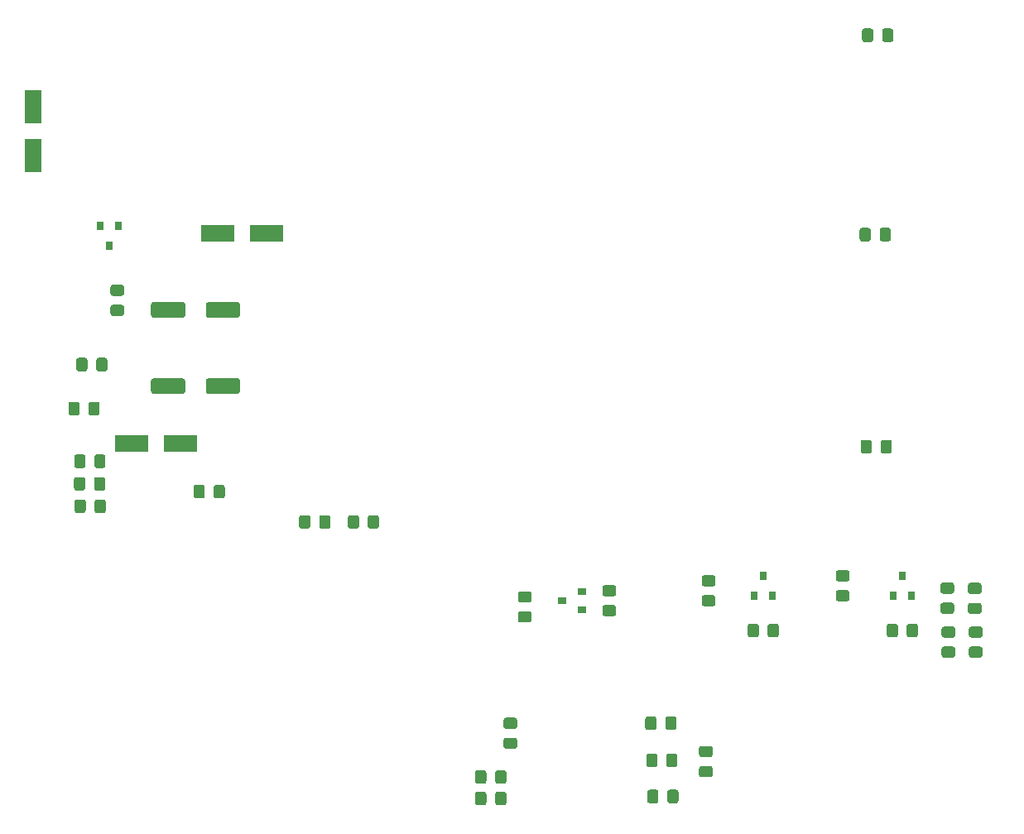
<source format=gbr>
G04 #@! TF.GenerationSoftware,KiCad,Pcbnew,5.1.6+dfsg1-1*
G04 #@! TF.CreationDate,2020-10-16T23:20:34+02:00*
G04 #@! TF.ProjectId,ledStripDriver,6c656453-7472-4697-9044-72697665722e,rev?*
G04 #@! TF.SameCoordinates,Original*
G04 #@! TF.FileFunction,Paste,Top*
G04 #@! TF.FilePolarity,Positive*
%FSLAX46Y46*%
G04 Gerber Fmt 4.6, Leading zero omitted, Abs format (unit mm)*
G04 Created by KiCad (PCBNEW 5.1.6+dfsg1-1) date 2020-10-16 23:20:34*
%MOMM*%
%LPD*%
G01*
G04 APERTURE LIST*
%ADD10R,1.800000X3.500000*%
%ADD11R,3.500000X1.800000*%
%ADD12R,0.800000X0.900000*%
%ADD13R,0.900000X0.800000*%
G04 APERTURE END LIST*
D10*
X112200000Y-72000000D03*
X112200000Y-67000000D03*
D11*
X122265000Y-101435000D03*
X127265000Y-101435000D03*
X136100000Y-80000000D03*
X131100000Y-80000000D03*
G36*
G01*
X159450000Y-136050001D02*
X159450000Y-135149999D01*
G75*
G02*
X159699999Y-134900000I249999J0D01*
G01*
X160350001Y-134900000D01*
G75*
G02*
X160600000Y-135149999I0J-249999D01*
G01*
X160600000Y-136050001D01*
G75*
G02*
X160350001Y-136300000I-249999J0D01*
G01*
X159699999Y-136300000D01*
G75*
G02*
X159450000Y-136050001I0J249999D01*
G01*
G37*
G36*
G01*
X157400000Y-136050001D02*
X157400000Y-135149999D01*
G75*
G02*
X157649999Y-134900000I249999J0D01*
G01*
X158300001Y-134900000D01*
G75*
G02*
X158550000Y-135149999I0J-249999D01*
G01*
X158550000Y-136050001D01*
G75*
G02*
X158300001Y-136300000I-249999J0D01*
G01*
X157649999Y-136300000D01*
G75*
G02*
X157400000Y-136050001I0J249999D01*
G01*
G37*
G36*
G01*
X158550000Y-137349999D02*
X158550000Y-138250001D01*
G75*
G02*
X158300001Y-138500000I-249999J0D01*
G01*
X157649999Y-138500000D01*
G75*
G02*
X157400000Y-138250001I0J249999D01*
G01*
X157400000Y-137349999D01*
G75*
G02*
X157649999Y-137100000I249999J0D01*
G01*
X158300001Y-137100000D01*
G75*
G02*
X158550000Y-137349999I0J-249999D01*
G01*
G37*
G36*
G01*
X160600000Y-137349999D02*
X160600000Y-138250001D01*
G75*
G02*
X160350001Y-138500000I-249999J0D01*
G01*
X159699999Y-138500000D01*
G75*
G02*
X159450000Y-138250001I0J249999D01*
G01*
X159450000Y-137349999D01*
G75*
G02*
X159699999Y-137100000I249999J0D01*
G01*
X160350001Y-137100000D01*
G75*
G02*
X160600000Y-137349999I0J-249999D01*
G01*
G37*
G36*
G01*
X117750000Y-92949999D02*
X117750000Y-93850001D01*
G75*
G02*
X117500001Y-94100000I-249999J0D01*
G01*
X116849999Y-94100000D01*
G75*
G02*
X116600000Y-93850001I0J249999D01*
G01*
X116600000Y-92949999D01*
G75*
G02*
X116849999Y-92700000I249999J0D01*
G01*
X117500001Y-92700000D01*
G75*
G02*
X117750000Y-92949999I0J-249999D01*
G01*
G37*
G36*
G01*
X119800000Y-92949999D02*
X119800000Y-93850001D01*
G75*
G02*
X119550001Y-94100000I-249999J0D01*
G01*
X118899999Y-94100000D01*
G75*
G02*
X118650000Y-93850001I0J249999D01*
G01*
X118650000Y-92949999D01*
G75*
G02*
X118899999Y-92700000I249999J0D01*
G01*
X119550001Y-92700000D01*
G75*
G02*
X119800000Y-92949999I0J-249999D01*
G01*
G37*
G36*
G01*
X130650000Y-106850001D02*
X130650000Y-105949999D01*
G75*
G02*
X130899999Y-105700000I249999J0D01*
G01*
X131550001Y-105700000D01*
G75*
G02*
X131800000Y-105949999I0J-249999D01*
G01*
X131800000Y-106850001D01*
G75*
G02*
X131550001Y-107100000I-249999J0D01*
G01*
X130899999Y-107100000D01*
G75*
G02*
X130650000Y-106850001I0J249999D01*
G01*
G37*
G36*
G01*
X128600000Y-106850001D02*
X128600000Y-105949999D01*
G75*
G02*
X128849999Y-105700000I249999J0D01*
G01*
X129500001Y-105700000D01*
G75*
G02*
X129750000Y-105949999I0J-249999D01*
G01*
X129750000Y-106850001D01*
G75*
G02*
X129500001Y-107100000I-249999J0D01*
G01*
X128849999Y-107100000D01*
G75*
G02*
X128600000Y-106850001I0J249999D01*
G01*
G37*
G36*
G01*
X129850000Y-96150000D02*
X129850000Y-95050000D01*
G75*
G02*
X130100000Y-94800000I250000J0D01*
G01*
X133100000Y-94800000D01*
G75*
G02*
X133350000Y-95050000I0J-250000D01*
G01*
X133350000Y-96150000D01*
G75*
G02*
X133100000Y-96400000I-250000J0D01*
G01*
X130100000Y-96400000D01*
G75*
G02*
X129850000Y-96150000I0J250000D01*
G01*
G37*
G36*
G01*
X124250000Y-96150000D02*
X124250000Y-95050000D01*
G75*
G02*
X124500000Y-94800000I250000J0D01*
G01*
X127500000Y-94800000D01*
G75*
G02*
X127750000Y-95050000I0J-250000D01*
G01*
X127750000Y-96150000D01*
G75*
G02*
X127500000Y-96400000I-250000J0D01*
G01*
X124500000Y-96400000D01*
G75*
G02*
X124250000Y-96150000I0J250000D01*
G01*
G37*
G36*
G01*
X129850000Y-88350000D02*
X129850000Y-87250000D01*
G75*
G02*
X130100000Y-87000000I250000J0D01*
G01*
X133100000Y-87000000D01*
G75*
G02*
X133350000Y-87250000I0J-250000D01*
G01*
X133350000Y-88350000D01*
G75*
G02*
X133100000Y-88600000I-250000J0D01*
G01*
X130100000Y-88600000D01*
G75*
G02*
X129850000Y-88350000I0J250000D01*
G01*
G37*
G36*
G01*
X124250000Y-88350000D02*
X124250000Y-87250000D01*
G75*
G02*
X124500000Y-87000000I250000J0D01*
G01*
X127500000Y-87000000D01*
G75*
G02*
X127750000Y-87250000I0J-250000D01*
G01*
X127750000Y-88350000D01*
G75*
G02*
X127500000Y-88600000I-250000J0D01*
G01*
X124500000Y-88600000D01*
G75*
G02*
X124250000Y-88350000I0J250000D01*
G01*
G37*
G36*
G01*
X118450000Y-103750001D02*
X118450000Y-102849999D01*
G75*
G02*
X118699999Y-102600000I249999J0D01*
G01*
X119350001Y-102600000D01*
G75*
G02*
X119600000Y-102849999I0J-249999D01*
G01*
X119600000Y-103750001D01*
G75*
G02*
X119350001Y-104000000I-249999J0D01*
G01*
X118699999Y-104000000D01*
G75*
G02*
X118450000Y-103750001I0J249999D01*
G01*
G37*
G36*
G01*
X116400000Y-103750001D02*
X116400000Y-102849999D01*
G75*
G02*
X116649999Y-102600000I249999J0D01*
G01*
X117300001Y-102600000D01*
G75*
G02*
X117550000Y-102849999I0J-249999D01*
G01*
X117550000Y-103750001D01*
G75*
G02*
X117300001Y-104000000I-249999J0D01*
G01*
X116649999Y-104000000D01*
G75*
G02*
X116400000Y-103750001I0J249999D01*
G01*
G37*
G36*
G01*
X118425000Y-106050001D02*
X118425000Y-105149999D01*
G75*
G02*
X118674999Y-104900000I249999J0D01*
G01*
X119325001Y-104900000D01*
G75*
G02*
X119575000Y-105149999I0J-249999D01*
G01*
X119575000Y-106050001D01*
G75*
G02*
X119325001Y-106300000I-249999J0D01*
G01*
X118674999Y-106300000D01*
G75*
G02*
X118425000Y-106050001I0J249999D01*
G01*
G37*
G36*
G01*
X116375000Y-106050001D02*
X116375000Y-105149999D01*
G75*
G02*
X116624999Y-104900000I249999J0D01*
G01*
X117275001Y-104900000D01*
G75*
G02*
X117525000Y-105149999I0J-249999D01*
G01*
X117525000Y-106050001D01*
G75*
G02*
X117275001Y-106300000I-249999J0D01*
G01*
X116624999Y-106300000D01*
G75*
G02*
X116375000Y-106050001I0J249999D01*
G01*
G37*
G36*
G01*
X176850000Y-130550001D02*
X176850000Y-129649999D01*
G75*
G02*
X177099999Y-129400000I249999J0D01*
G01*
X177750001Y-129400000D01*
G75*
G02*
X178000000Y-129649999I0J-249999D01*
G01*
X178000000Y-130550001D01*
G75*
G02*
X177750001Y-130800000I-249999J0D01*
G01*
X177099999Y-130800000D01*
G75*
G02*
X176850000Y-130550001I0J249999D01*
G01*
G37*
G36*
G01*
X174800000Y-130550001D02*
X174800000Y-129649999D01*
G75*
G02*
X175049999Y-129400000I249999J0D01*
G01*
X175700001Y-129400000D01*
G75*
G02*
X175950000Y-129649999I0J-249999D01*
G01*
X175950000Y-130550001D01*
G75*
G02*
X175700001Y-130800000I-249999J0D01*
G01*
X175049999Y-130800000D01*
G75*
G02*
X174800000Y-130550001I0J249999D01*
G01*
G37*
G36*
G01*
X206250001Y-121350000D02*
X205349999Y-121350000D01*
G75*
G02*
X205100000Y-121100001I0J249999D01*
G01*
X205100000Y-120449999D01*
G75*
G02*
X205349999Y-120200000I249999J0D01*
G01*
X206250001Y-120200000D01*
G75*
G02*
X206500000Y-120449999I0J-249999D01*
G01*
X206500000Y-121100001D01*
G75*
G02*
X206250001Y-121350000I-249999J0D01*
G01*
G37*
G36*
G01*
X206250001Y-123400000D02*
X205349999Y-123400000D01*
G75*
G02*
X205100000Y-123150001I0J249999D01*
G01*
X205100000Y-122499999D01*
G75*
G02*
X205349999Y-122250000I249999J0D01*
G01*
X206250001Y-122250000D01*
G75*
G02*
X206500000Y-122499999I0J-249999D01*
G01*
X206500000Y-123150001D01*
G75*
G02*
X206250001Y-123400000I-249999J0D01*
G01*
G37*
G36*
G01*
X209050001Y-121350000D02*
X208149999Y-121350000D01*
G75*
G02*
X207900000Y-121100001I0J249999D01*
G01*
X207900000Y-120449999D01*
G75*
G02*
X208149999Y-120200000I249999J0D01*
G01*
X209050001Y-120200000D01*
G75*
G02*
X209300000Y-120449999I0J-249999D01*
G01*
X209300000Y-121100001D01*
G75*
G02*
X209050001Y-121350000I-249999J0D01*
G01*
G37*
G36*
G01*
X209050001Y-123400000D02*
X208149999Y-123400000D01*
G75*
G02*
X207900000Y-123150001I0J249999D01*
G01*
X207900000Y-122499999D01*
G75*
G02*
X208149999Y-122250000I249999J0D01*
G01*
X209050001Y-122250000D01*
G75*
G02*
X209300000Y-122499999I0J-249999D01*
G01*
X209300000Y-123150001D01*
G75*
G02*
X209050001Y-123400000I-249999J0D01*
G01*
G37*
G36*
G01*
X117575000Y-107449999D02*
X117575000Y-108350001D01*
G75*
G02*
X117325001Y-108600000I-249999J0D01*
G01*
X116674999Y-108600000D01*
G75*
G02*
X116425000Y-108350001I0J249999D01*
G01*
X116425000Y-107449999D01*
G75*
G02*
X116674999Y-107200000I249999J0D01*
G01*
X117325001Y-107200000D01*
G75*
G02*
X117575000Y-107449999I0J-249999D01*
G01*
G37*
G36*
G01*
X119625000Y-107449999D02*
X119625000Y-108350001D01*
G75*
G02*
X119375001Y-108600000I-249999J0D01*
G01*
X118724999Y-108600000D01*
G75*
G02*
X118475000Y-108350001I0J249999D01*
G01*
X118475000Y-107449999D01*
G75*
G02*
X118724999Y-107200000I249999J0D01*
G01*
X119375001Y-107200000D01*
G75*
G02*
X119625000Y-107449999I0J-249999D01*
G01*
G37*
G36*
G01*
X116950000Y-97449999D02*
X116950000Y-98350001D01*
G75*
G02*
X116700001Y-98600000I-249999J0D01*
G01*
X116049999Y-98600000D01*
G75*
G02*
X115800000Y-98350001I0J249999D01*
G01*
X115800000Y-97449999D01*
G75*
G02*
X116049999Y-97200000I249999J0D01*
G01*
X116700001Y-97200000D01*
G75*
G02*
X116950000Y-97449999I0J-249999D01*
G01*
G37*
G36*
G01*
X119000000Y-97449999D02*
X119000000Y-98350001D01*
G75*
G02*
X118750001Y-98600000I-249999J0D01*
G01*
X118099999Y-98600000D01*
G75*
G02*
X117850000Y-98350001I0J249999D01*
G01*
X117850000Y-97449999D01*
G75*
G02*
X118099999Y-97200000I249999J0D01*
G01*
X118750001Y-97200000D01*
G75*
G02*
X119000000Y-97449999I0J-249999D01*
G01*
G37*
G36*
G01*
X161450001Y-130675000D02*
X160549999Y-130675000D01*
G75*
G02*
X160300000Y-130425001I0J249999D01*
G01*
X160300000Y-129774999D01*
G75*
G02*
X160549999Y-129525000I249999J0D01*
G01*
X161450001Y-129525000D01*
G75*
G02*
X161700000Y-129774999I0J-249999D01*
G01*
X161700000Y-130425001D01*
G75*
G02*
X161450001Y-130675000I-249999J0D01*
G01*
G37*
G36*
G01*
X161450001Y-132725000D02*
X160549999Y-132725000D01*
G75*
G02*
X160300000Y-132475001I0J249999D01*
G01*
X160300000Y-131824999D01*
G75*
G02*
X160549999Y-131575000I249999J0D01*
G01*
X161450001Y-131575000D01*
G75*
G02*
X161700000Y-131824999I0J-249999D01*
G01*
X161700000Y-132475001D01*
G75*
G02*
X161450001Y-132725000I-249999J0D01*
G01*
G37*
G36*
G01*
X176150000Y-137149999D02*
X176150000Y-138050001D01*
G75*
G02*
X175900001Y-138300000I-249999J0D01*
G01*
X175249999Y-138300000D01*
G75*
G02*
X175000000Y-138050001I0J249999D01*
G01*
X175000000Y-137149999D01*
G75*
G02*
X175249999Y-136900000I249999J0D01*
G01*
X175900001Y-136900000D01*
G75*
G02*
X176150000Y-137149999I0J-249999D01*
G01*
G37*
G36*
G01*
X178200000Y-137149999D02*
X178200000Y-138050001D01*
G75*
G02*
X177950001Y-138300000I-249999J0D01*
G01*
X177299999Y-138300000D01*
G75*
G02*
X177050000Y-138050001I0J249999D01*
G01*
X177050000Y-137149999D01*
G75*
G02*
X177299999Y-136900000I249999J0D01*
G01*
X177950001Y-136900000D01*
G75*
G02*
X178200000Y-137149999I0J-249999D01*
G01*
G37*
G36*
G01*
X176950000Y-134350001D02*
X176950000Y-133449999D01*
G75*
G02*
X177199999Y-133200000I249999J0D01*
G01*
X177850001Y-133200000D01*
G75*
G02*
X178100000Y-133449999I0J-249999D01*
G01*
X178100000Y-134350001D01*
G75*
G02*
X177850001Y-134600000I-249999J0D01*
G01*
X177199999Y-134600000D01*
G75*
G02*
X176950000Y-134350001I0J249999D01*
G01*
G37*
G36*
G01*
X174900000Y-134350001D02*
X174900000Y-133449999D01*
G75*
G02*
X175149999Y-133200000I249999J0D01*
G01*
X175800001Y-133200000D01*
G75*
G02*
X176050000Y-133449999I0J-249999D01*
G01*
X176050000Y-134350001D01*
G75*
G02*
X175800001Y-134600000I-249999J0D01*
G01*
X175149999Y-134600000D01*
G75*
G02*
X174900000Y-134350001I0J249999D01*
G01*
G37*
G36*
G01*
X180549999Y-134475000D02*
X181450001Y-134475000D01*
G75*
G02*
X181700000Y-134724999I0J-249999D01*
G01*
X181700000Y-135375001D01*
G75*
G02*
X181450001Y-135625000I-249999J0D01*
G01*
X180549999Y-135625000D01*
G75*
G02*
X180300000Y-135375001I0J249999D01*
G01*
X180300000Y-134724999D01*
G75*
G02*
X180549999Y-134475000I249999J0D01*
G01*
G37*
G36*
G01*
X180549999Y-132425000D02*
X181450001Y-132425000D01*
G75*
G02*
X181700000Y-132674999I0J-249999D01*
G01*
X181700000Y-133325001D01*
G75*
G02*
X181450001Y-133575000I-249999J0D01*
G01*
X180549999Y-133575000D01*
G75*
G02*
X180300000Y-133325001I0J249999D01*
G01*
X180300000Y-132674999D01*
G75*
G02*
X180549999Y-132425000I249999J0D01*
G01*
G37*
G36*
G01*
X206150001Y-116850000D02*
X205249999Y-116850000D01*
G75*
G02*
X205000000Y-116600001I0J249999D01*
G01*
X205000000Y-115949999D01*
G75*
G02*
X205249999Y-115700000I249999J0D01*
G01*
X206150001Y-115700000D01*
G75*
G02*
X206400000Y-115949999I0J-249999D01*
G01*
X206400000Y-116600001D01*
G75*
G02*
X206150001Y-116850000I-249999J0D01*
G01*
G37*
G36*
G01*
X206150001Y-118900000D02*
X205249999Y-118900000D01*
G75*
G02*
X205000000Y-118650001I0J249999D01*
G01*
X205000000Y-117999999D01*
G75*
G02*
X205249999Y-117750000I249999J0D01*
G01*
X206150001Y-117750000D01*
G75*
G02*
X206400000Y-117999999I0J-249999D01*
G01*
X206400000Y-118650001D01*
G75*
G02*
X206150001Y-118900000I-249999J0D01*
G01*
G37*
G36*
G01*
X208950001Y-116875000D02*
X208049999Y-116875000D01*
G75*
G02*
X207800000Y-116625001I0J249999D01*
G01*
X207800000Y-115974999D01*
G75*
G02*
X208049999Y-115725000I249999J0D01*
G01*
X208950001Y-115725000D01*
G75*
G02*
X209200000Y-115974999I0J-249999D01*
G01*
X209200000Y-116625001D01*
G75*
G02*
X208950001Y-116875000I-249999J0D01*
G01*
G37*
G36*
G01*
X208950001Y-118925000D02*
X208049999Y-118925000D01*
G75*
G02*
X207800000Y-118675001I0J249999D01*
G01*
X207800000Y-118024999D01*
G75*
G02*
X208049999Y-117775000I249999J0D01*
G01*
X208950001Y-117775000D01*
G75*
G02*
X209200000Y-118024999I0J-249999D01*
G01*
X209200000Y-118675001D01*
G75*
G02*
X208950001Y-118925000I-249999J0D01*
G01*
G37*
G36*
G01*
X198875000Y-102250001D02*
X198875000Y-101349999D01*
G75*
G02*
X199124999Y-101100000I249999J0D01*
G01*
X199775001Y-101100000D01*
G75*
G02*
X200025000Y-101349999I0J-249999D01*
G01*
X200025000Y-102250001D01*
G75*
G02*
X199775001Y-102500000I-249999J0D01*
G01*
X199124999Y-102500000D01*
G75*
G02*
X198875000Y-102250001I0J249999D01*
G01*
G37*
G36*
G01*
X196825000Y-102250001D02*
X196825000Y-101349999D01*
G75*
G02*
X197074999Y-101100000I249999J0D01*
G01*
X197725001Y-101100000D01*
G75*
G02*
X197975000Y-101349999I0J-249999D01*
G01*
X197975000Y-102250001D01*
G75*
G02*
X197725001Y-102500000I-249999J0D01*
G01*
X197074999Y-102500000D01*
G75*
G02*
X196825000Y-102250001I0J249999D01*
G01*
G37*
G36*
G01*
X198775000Y-80550001D02*
X198775000Y-79649999D01*
G75*
G02*
X199024999Y-79400000I249999J0D01*
G01*
X199675001Y-79400000D01*
G75*
G02*
X199925000Y-79649999I0J-249999D01*
G01*
X199925000Y-80550001D01*
G75*
G02*
X199675001Y-80800000I-249999J0D01*
G01*
X199024999Y-80800000D01*
G75*
G02*
X198775000Y-80550001I0J249999D01*
G01*
G37*
G36*
G01*
X196725000Y-80550001D02*
X196725000Y-79649999D01*
G75*
G02*
X196974999Y-79400000I249999J0D01*
G01*
X197625001Y-79400000D01*
G75*
G02*
X197875000Y-79649999I0J-249999D01*
G01*
X197875000Y-80550001D01*
G75*
G02*
X197625001Y-80800000I-249999J0D01*
G01*
X196974999Y-80800000D01*
G75*
G02*
X196725000Y-80550001I0J249999D01*
G01*
G37*
G36*
G01*
X199025000Y-60150001D02*
X199025000Y-59249999D01*
G75*
G02*
X199274999Y-59000000I249999J0D01*
G01*
X199925001Y-59000000D01*
G75*
G02*
X200175000Y-59249999I0J-249999D01*
G01*
X200175000Y-60150001D01*
G75*
G02*
X199925001Y-60400000I-249999J0D01*
G01*
X199274999Y-60400000D01*
G75*
G02*
X199025000Y-60150001I0J249999D01*
G01*
G37*
G36*
G01*
X196975000Y-60150001D02*
X196975000Y-59249999D01*
G75*
G02*
X197224999Y-59000000I249999J0D01*
G01*
X197875001Y-59000000D01*
G75*
G02*
X198125000Y-59249999I0J-249999D01*
G01*
X198125000Y-60150001D01*
G75*
G02*
X197875001Y-60400000I-249999J0D01*
G01*
X197224999Y-60400000D01*
G75*
G02*
X196975000Y-60150001I0J249999D01*
G01*
G37*
G36*
G01*
X145525000Y-109049999D02*
X145525000Y-109950001D01*
G75*
G02*
X145275001Y-110200000I-249999J0D01*
G01*
X144624999Y-110200000D01*
G75*
G02*
X144375000Y-109950001I0J249999D01*
G01*
X144375000Y-109049999D01*
G75*
G02*
X144624999Y-108800000I249999J0D01*
G01*
X145275001Y-108800000D01*
G75*
G02*
X145525000Y-109049999I0J-249999D01*
G01*
G37*
G36*
G01*
X147575000Y-109049999D02*
X147575000Y-109950001D01*
G75*
G02*
X147325001Y-110200000I-249999J0D01*
G01*
X146674999Y-110200000D01*
G75*
G02*
X146425000Y-109950001I0J249999D01*
G01*
X146425000Y-109049999D01*
G75*
G02*
X146674999Y-108800000I249999J0D01*
G01*
X147325001Y-108800000D01*
G75*
G02*
X147575000Y-109049999I0J-249999D01*
G01*
G37*
G36*
G01*
X140550000Y-109049999D02*
X140550000Y-109950001D01*
G75*
G02*
X140300001Y-110200000I-249999J0D01*
G01*
X139649999Y-110200000D01*
G75*
G02*
X139400000Y-109950001I0J249999D01*
G01*
X139400000Y-109049999D01*
G75*
G02*
X139649999Y-108800000I249999J0D01*
G01*
X140300001Y-108800000D01*
G75*
G02*
X140550000Y-109049999I0J-249999D01*
G01*
G37*
G36*
G01*
X142600000Y-109049999D02*
X142600000Y-109950001D01*
G75*
G02*
X142350001Y-110200000I-249999J0D01*
G01*
X141699999Y-110200000D01*
G75*
G02*
X141450000Y-109950001I0J249999D01*
G01*
X141450000Y-109049999D01*
G75*
G02*
X141699999Y-108800000I249999J0D01*
G01*
X142350001Y-108800000D01*
G75*
G02*
X142600000Y-109049999I0J-249999D01*
G01*
G37*
G36*
G01*
X195446001Y-115590000D02*
X194545999Y-115590000D01*
G75*
G02*
X194296000Y-115340001I0J249999D01*
G01*
X194296000Y-114689999D01*
G75*
G02*
X194545999Y-114440000I249999J0D01*
G01*
X195446001Y-114440000D01*
G75*
G02*
X195696000Y-114689999I0J-249999D01*
G01*
X195696000Y-115340001D01*
G75*
G02*
X195446001Y-115590000I-249999J0D01*
G01*
G37*
G36*
G01*
X195446001Y-117640000D02*
X194545999Y-117640000D01*
G75*
G02*
X194296000Y-117390001I0J249999D01*
G01*
X194296000Y-116739999D01*
G75*
G02*
X194545999Y-116490000I249999J0D01*
G01*
X195446001Y-116490000D01*
G75*
G02*
X195696000Y-116739999I0J-249999D01*
G01*
X195696000Y-117390001D01*
G75*
G02*
X195446001Y-117640000I-249999J0D01*
G01*
G37*
G36*
G01*
X181730001Y-116098000D02*
X180829999Y-116098000D01*
G75*
G02*
X180580000Y-115848001I0J249999D01*
G01*
X180580000Y-115197999D01*
G75*
G02*
X180829999Y-114948000I249999J0D01*
G01*
X181730001Y-114948000D01*
G75*
G02*
X181980000Y-115197999I0J-249999D01*
G01*
X181980000Y-115848001D01*
G75*
G02*
X181730001Y-116098000I-249999J0D01*
G01*
G37*
G36*
G01*
X181730001Y-118148000D02*
X180829999Y-118148000D01*
G75*
G02*
X180580000Y-117898001I0J249999D01*
G01*
X180580000Y-117247999D01*
G75*
G02*
X180829999Y-116998000I249999J0D01*
G01*
X181730001Y-116998000D01*
G75*
G02*
X181980000Y-117247999I0J-249999D01*
G01*
X181980000Y-117898001D01*
G75*
G02*
X181730001Y-118148000I-249999J0D01*
G01*
G37*
G36*
G01*
X162925001Y-117749000D02*
X162024999Y-117749000D01*
G75*
G02*
X161775000Y-117499001I0J249999D01*
G01*
X161775000Y-116848999D01*
G75*
G02*
X162024999Y-116599000I249999J0D01*
G01*
X162925001Y-116599000D01*
G75*
G02*
X163175000Y-116848999I0J-249999D01*
G01*
X163175000Y-117499001D01*
G75*
G02*
X162925001Y-117749000I-249999J0D01*
G01*
G37*
G36*
G01*
X162925001Y-119799000D02*
X162024999Y-119799000D01*
G75*
G02*
X161775000Y-119549001I0J249999D01*
G01*
X161775000Y-118898999D01*
G75*
G02*
X162024999Y-118649000I249999J0D01*
G01*
X162925001Y-118649000D01*
G75*
G02*
X163175000Y-118898999I0J-249999D01*
G01*
X163175000Y-119549001D01*
G75*
G02*
X162925001Y-119799000I-249999J0D01*
G01*
G37*
G36*
G01*
X201542000Y-121062001D02*
X201542000Y-120161999D01*
G75*
G02*
X201791999Y-119912000I249999J0D01*
G01*
X202442001Y-119912000D01*
G75*
G02*
X202692000Y-120161999I0J-249999D01*
G01*
X202692000Y-121062001D01*
G75*
G02*
X202442001Y-121312000I-249999J0D01*
G01*
X201791999Y-121312000D01*
G75*
G02*
X201542000Y-121062001I0J249999D01*
G01*
G37*
G36*
G01*
X199492000Y-121062001D02*
X199492000Y-120161999D01*
G75*
G02*
X199741999Y-119912000I249999J0D01*
G01*
X200392001Y-119912000D01*
G75*
G02*
X200642000Y-120161999I0J-249999D01*
G01*
X200642000Y-121062001D01*
G75*
G02*
X200392001Y-121312000I-249999J0D01*
G01*
X199741999Y-121312000D01*
G75*
G02*
X199492000Y-121062001I0J249999D01*
G01*
G37*
G36*
G01*
X187318000Y-121062001D02*
X187318000Y-120161999D01*
G75*
G02*
X187567999Y-119912000I249999J0D01*
G01*
X188218001Y-119912000D01*
G75*
G02*
X188468000Y-120161999I0J-249999D01*
G01*
X188468000Y-121062001D01*
G75*
G02*
X188218001Y-121312000I-249999J0D01*
G01*
X187567999Y-121312000D01*
G75*
G02*
X187318000Y-121062001I0J249999D01*
G01*
G37*
G36*
G01*
X185268000Y-121062001D02*
X185268000Y-120161999D01*
G75*
G02*
X185517999Y-119912000I249999J0D01*
G01*
X186168001Y-119912000D01*
G75*
G02*
X186418000Y-120161999I0J-249999D01*
G01*
X186418000Y-121062001D01*
G75*
G02*
X186168001Y-121312000I-249999J0D01*
G01*
X185517999Y-121312000D01*
G75*
G02*
X185268000Y-121062001I0J249999D01*
G01*
G37*
G36*
G01*
X171570001Y-117114000D02*
X170669999Y-117114000D01*
G75*
G02*
X170420000Y-116864001I0J249999D01*
G01*
X170420000Y-116213999D01*
G75*
G02*
X170669999Y-115964000I249999J0D01*
G01*
X171570001Y-115964000D01*
G75*
G02*
X171820000Y-116213999I0J-249999D01*
G01*
X171820000Y-116864001D01*
G75*
G02*
X171570001Y-117114000I-249999J0D01*
G01*
G37*
G36*
G01*
X171570001Y-119164000D02*
X170669999Y-119164000D01*
G75*
G02*
X170420000Y-118914001I0J249999D01*
G01*
X170420000Y-118263999D01*
G75*
G02*
X170669999Y-118014000I249999J0D01*
G01*
X171570001Y-118014000D01*
G75*
G02*
X171820000Y-118263999I0J-249999D01*
G01*
X171820000Y-118914001D01*
G75*
G02*
X171570001Y-119164000I-249999J0D01*
G01*
G37*
G36*
G01*
X120349999Y-87275000D02*
X121250001Y-87275000D01*
G75*
G02*
X121500000Y-87524999I0J-249999D01*
G01*
X121500000Y-88175001D01*
G75*
G02*
X121250001Y-88425000I-249999J0D01*
G01*
X120349999Y-88425000D01*
G75*
G02*
X120100000Y-88175001I0J249999D01*
G01*
X120100000Y-87524999D01*
G75*
G02*
X120349999Y-87275000I249999J0D01*
G01*
G37*
G36*
G01*
X120349999Y-85225000D02*
X121250001Y-85225000D01*
G75*
G02*
X121500000Y-85474999I0J-249999D01*
G01*
X121500000Y-86125001D01*
G75*
G02*
X121250001Y-86375000I-249999J0D01*
G01*
X120349999Y-86375000D01*
G75*
G02*
X120100000Y-86125001I0J249999D01*
G01*
X120100000Y-85474999D01*
G75*
G02*
X120349999Y-85225000I249999J0D01*
G01*
G37*
D12*
X201092000Y-115040000D03*
X202042000Y-117040000D03*
X200142000Y-117040000D03*
X186868000Y-115040000D03*
X187818000Y-117040000D03*
X185918000Y-117040000D03*
D13*
X166310000Y-117564000D03*
X168310000Y-116614000D03*
X168310000Y-118514000D03*
D12*
X120000000Y-81200000D03*
X119050000Y-79200000D03*
X120950000Y-79200000D03*
M02*

</source>
